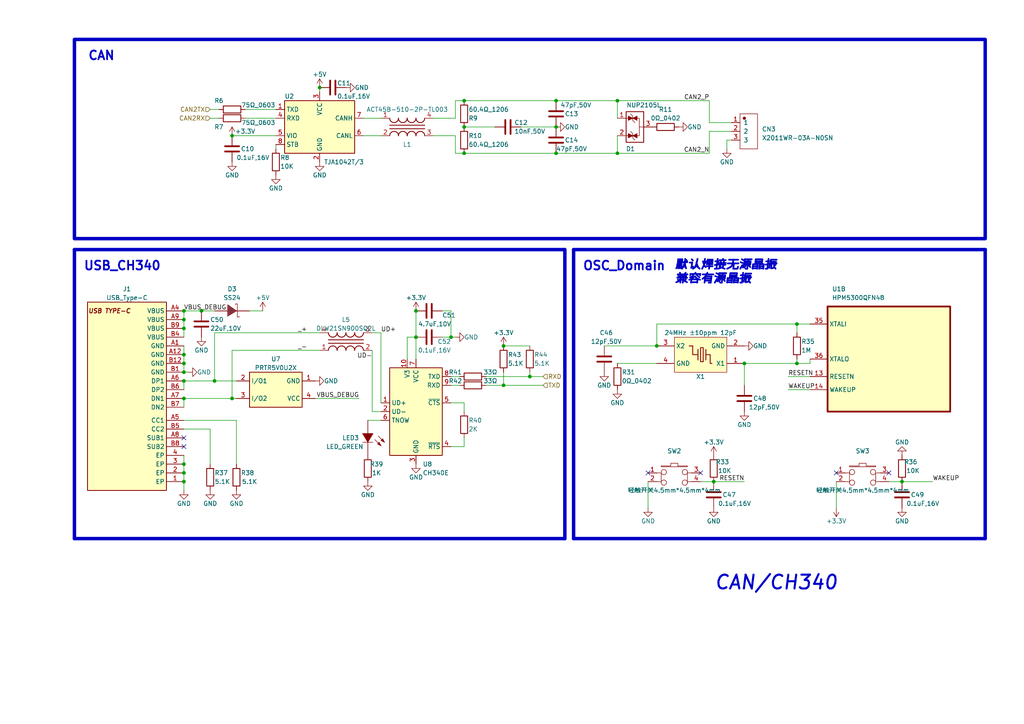
<source format=kicad_sch>
(kicad_sch (version 20230121) (generator eeschema)
  (paper "A4")
  (junction (at 120.65 97.79))
  (junction (at 53.34 105.41))
  (junction (at 231.14 93.98))
  (junction (at 153.67 109.22))
  (junction (at 53.34 95.25))
  (junction (at 53.34 115.57))
  (junction (at 231.14 105.41))
  (junction (at 179.07 44.45))
  (junction (at 58.42 90.17))
  (junction (at 53.34 92.71))
  (junction (at 67.31 115.57))
  (junction (at 190.5 100.33))
  (junction (at 134.62 29.21))
  (junction (at 53.34 102.87))
  (junction (at 67.31 39.37))
  (junction (at 161.29 44.45))
  (junction (at 53.34 134.62))
  (junction (at 207.01 139.7))
  (junction (at 130.81 97.79))
  (junction (at 179.07 29.21))
  (junction (at 53.34 137.16))
  (junction (at 146.05 111.76))
  (junction (at 92.71 25.4))
  (junction (at 261.62 139.7))
  (junction (at 161.29 36.83))
  (junction (at 215.9 105.41))
  (junction (at 62.23 110.49))
  (junction (at 120.65 90.17))
  (junction (at 53.34 110.49))
  (junction (at 146.05 100.33))
  (junction (at 134.62 44.45))
  (junction (at 53.34 107.95))
  (junction (at 53.34 139.7))
  (junction (at 53.34 90.17))
  (junction (at 161.29 29.21))
  (junction (at 134.62 36.83))
  (no_connect (at 242.57 137.16))
  (no_connect (at 203.2 137.16))
  (no_connect (at 53.34 127))
  (no_connect (at 53.34 129.54))
  (no_connect (at 257.81 137.16))
  (no_connect (at 187.96 137.16))
  (wire (pts (xy 110.49 96.52) (xy 110.49 116.84)))
  (wire (pts (xy 58.42 90.17) (xy 62.23 90.17)))
  (wire (pts (xy 132.08 29.21) (xy 134.62 29.21)))
  (wire (pts (xy 140.97 109.22) (xy 153.67 109.22)))
  (wire (pts (xy 53.34 137.16) (xy 53.34 139.7)))
  (polyline (pts (xy 285.75 156.21) (xy 166.37 156.21)) (stroke (width 1) (type solid)))
  (wire (pts (xy 134.62 127) (xy 134.62 129.54)))
  (wire (pts (xy 179.07 44.45) (xy 179.07 39.37)))
  (wire (pts (xy 134.62 44.45) (xy 161.29 44.45)))
  (wire (pts (xy 125.73 39.37) (xy 132.08 39.37)))
  (polyline (pts (xy 163.83 156.21) (xy 21.59 156.21)) (stroke (width 1) (type solid)))
  (polyline (pts (xy 163.83 72.39) (xy 163.83 156.21)) (stroke (width 1) (type solid)))
  (wire (pts (xy 132.08 39.37) (xy 132.08 44.45)))
  (wire (pts (xy 130.81 97.79) (xy 128.27 97.79)))
  (polyline (pts (xy 21.59 72.39) (xy 21.59 156.21)) (stroke (width 1) (type solid)))
  (wire (pts (xy 71.12 34.29) (xy 80.01 34.29)))
  (wire (pts (xy 53.34 134.62) (xy 53.34 137.16)))
  (wire (pts (xy 60.96 31.75) (xy 63.5 31.75)))
  (wire (pts (xy 72.39 90.17) (xy 76.2 90.17)))
  (wire (pts (xy 128.27 90.17) (xy 130.81 90.17)))
  (wire (pts (xy 179.07 29.21) (xy 205.74 29.21)))
  (wire (pts (xy 132.08 34.29) (xy 132.08 29.21)))
  (wire (pts (xy 133.35 109.22) (xy 130.81 109.22)))
  (wire (pts (xy 62.23 96.52) (xy 92.71 96.52)))
  (wire (pts (xy 261.62 139.7) (xy 270.51 139.7)))
  (wire (pts (xy 68.58 121.92) (xy 68.58 134.62)))
  (wire (pts (xy 234.95 104.14) (xy 234.95 105.41)))
  (wire (pts (xy 125.73 34.29) (xy 132.08 34.29)))
  (wire (pts (xy 53.34 100.33) (xy 53.34 102.87)))
  (wire (pts (xy 210.82 40.64) (xy 210.82 43.18)))
  (wire (pts (xy 53.34 110.49) (xy 53.34 113.03)))
  (wire (pts (xy 146.05 100.33) (xy 153.67 100.33)))
  (wire (pts (xy 107.95 119.38) (xy 107.95 101.6)))
  (wire (pts (xy 53.34 139.7) (xy 53.34 142.24)))
  (wire (pts (xy 107.95 96.52) (xy 110.49 96.52)))
  (wire (pts (xy 205.74 35.56) (xy 212.09 35.56)))
  (wire (pts (xy 179.07 44.45) (xy 205.74 44.45)))
  (wire (pts (xy 53.34 105.41) (xy 53.34 107.95)))
  (wire (pts (xy 53.34 95.25) (xy 53.34 97.79)))
  (wire (pts (xy 257.81 139.7) (xy 261.62 139.7)))
  (wire (pts (xy 60.96 124.46) (xy 60.96 134.62)))
  (wire (pts (xy 231.14 104.14) (xy 231.14 105.41)))
  (wire (pts (xy 130.81 90.17) (xy 130.81 97.79)))
  (wire (pts (xy 187.96 139.7) (xy 187.96 147.32)))
  (wire (pts (xy 153.67 109.22) (xy 157.48 109.22)))
  (wire (pts (xy 110.49 39.37) (xy 105.41 39.37)))
  (polyline (pts (xy 285.75 72.39) (xy 285.75 156.21)) (stroke (width 1) (type solid)))
  (wire (pts (xy 205.74 29.21) (xy 205.74 35.56)))
  (wire (pts (xy 228.6 109.22) (xy 234.95 109.22)))
  (wire (pts (xy 179.07 105.41) (xy 190.5 105.41)))
  (wire (pts (xy 53.34 115.57) (xy 67.31 115.57)))
  (wire (pts (xy 53.34 121.92) (xy 68.58 121.92)))
  (wire (pts (xy 120.65 90.17) (xy 120.65 97.79)))
  (polyline (pts (xy 166.37 72.39) (xy 166.37 156.21)) (stroke (width 1) (type solid)))
  (wire (pts (xy 190.5 93.98) (xy 231.14 93.98)))
  (wire (pts (xy 110.49 34.29) (xy 105.41 34.29)))
  (wire (pts (xy 242.57 139.7) (xy 242.57 147.32)))
  (wire (pts (xy 231.14 93.98) (xy 234.95 93.98)))
  (wire (pts (xy 146.05 111.76) (xy 157.48 111.76)))
  (wire (pts (xy 140.97 111.76) (xy 146.05 111.76)))
  (wire (pts (xy 60.96 34.29) (xy 63.5 34.29)))
  (wire (pts (xy 53.34 92.71) (xy 53.34 95.25)))
  (wire (pts (xy 67.31 101.6) (xy 67.31 115.57)))
  (wire (pts (xy 67.31 115.57) (xy 68.58 115.57)))
  (wire (pts (xy 133.35 111.76) (xy 130.81 111.76)))
  (wire (pts (xy 190.5 100.33) (xy 190.5 93.98)))
  (wire (pts (xy 71.12 31.75) (xy 80.01 31.75)))
  (wire (pts (xy 118.11 97.79) (xy 118.11 104.14)))
  (wire (pts (xy 146.05 107.95) (xy 146.05 111.76)))
  (wire (pts (xy 134.62 116.84) (xy 134.62 119.38)))
  (wire (pts (xy 132.08 97.79) (xy 130.81 97.79)))
  (wire (pts (xy 205.74 38.1) (xy 205.74 44.45)))
  (wire (pts (xy 134.62 29.21) (xy 161.29 29.21)))
  (wire (pts (xy 175.26 100.33) (xy 190.5 100.33)))
  (wire (pts (xy 118.11 97.79) (xy 120.65 97.79)))
  (wire (pts (xy 67.31 39.37) (xy 80.01 39.37)))
  (wire (pts (xy 151.13 36.83) (xy 161.29 36.83)))
  (wire (pts (xy 67.31 101.6) (xy 92.71 101.6)))
  (wire (pts (xy 53.34 115.57) (xy 53.34 118.11)))
  (wire (pts (xy 62.23 96.52) (xy 62.23 110.49)))
  (wire (pts (xy 53.34 132.08) (xy 53.34 134.62)))
  (wire (pts (xy 53.34 90.17) (xy 53.34 92.71)))
  (polyline (pts (xy 21.59 72.39) (xy 163.83 72.39)) (stroke (width 1) (type solid)))
  (wire (pts (xy 80.01 43.18) (xy 80.01 41.91)))
  (wire (pts (xy 203.2 139.7) (xy 207.01 139.7)))
  (wire (pts (xy 231.14 93.98) (xy 231.14 96.52)))
  (wire (pts (xy 215.9 111.76) (xy 215.9 105.41)))
  (wire (pts (xy 53.34 107.95) (xy 54.61 107.95)))
  (wire (pts (xy 228.6 113.03) (xy 234.95 113.03)))
  (wire (pts (xy 179.07 29.21) (xy 179.07 34.29)))
  (wire (pts (xy 53.34 124.46) (xy 60.96 124.46)))
  (wire (pts (xy 205.74 38.1) (xy 212.09 38.1)))
  (wire (pts (xy 130.81 116.84) (xy 134.62 116.84)))
  (wire (pts (xy 120.65 97.79) (xy 120.65 104.14)))
  (wire (pts (xy 161.29 29.21) (xy 179.07 29.21)))
  (wire (pts (xy 207.01 139.7) (xy 215.9 139.7)))
  (wire (pts (xy 212.09 40.64) (xy 210.82 40.64)))
  (wire (pts (xy 53.34 102.87) (xy 53.34 105.41)))
  (wire (pts (xy 134.62 129.54) (xy 130.81 129.54)))
  (wire (pts (xy 92.71 25.4) (xy 92.71 26.67)))
  (wire (pts (xy 231.14 105.41) (xy 234.95 105.41)))
  (wire (pts (xy 62.23 110.49) (xy 68.58 110.49)))
  (wire (pts (xy 53.34 110.49) (xy 62.23 110.49)))
  (wire (pts (xy 143.51 36.83) (xy 134.62 36.83)))
  (wire (pts (xy 132.08 44.45) (xy 134.62 44.45)))
  (wire (pts (xy 110.49 119.38) (xy 107.95 119.38)))
  (wire (pts (xy 215.9 105.41) (xy 231.14 105.41)))
  (wire (pts (xy 153.67 107.95) (xy 153.67 109.22)))
  (wire (pts (xy 53.34 90.17) (xy 58.42 90.17)))
  (polyline (pts (xy 166.37 72.39) (xy 285.75 72.39)) (stroke (width 1) (type solid)))
  (wire (pts (xy 161.29 44.45) (xy 179.07 44.45)))
  (wire (pts (xy 104.14 115.57) (xy 91.44 115.57)))
  (wire (pts (xy 110.49 121.92) (xy 106.68 121.92)))
  (rectangle (start 21.59 11.43) (end 285.75 69.215) (stroke (width 1)))
  (text "默认焊接无源晶振\n兼容有源晶振" (at 195.58 82.55 0) (effects (font (size 2.5 2.5) (thickness 0.5) bold italic) (justify left bottom)))
  (text "CAN/CH340" (at 207.01 171.45 0) (effects (font (size 4 4) (thickness 0.6) bold italic) (justify left bottom)))
  (text "CAN" (at 25.4 17.78 0) (effects (font (size 2.54 2.54) (thickness 0.508) bold) (justify left bottom)))
  (text "USB_CH340" (at 24.13 78.74 0) (effects (font (size 2.54 2.54) (thickness 0.508) bold) (justify left bottom)))
  (text "OSC_Domain" (at 168.91 78.74 0) (effects (font (size 2.54 2.54) (thickness 0.508) bold) (justify left bottom)))
  (label "_+" (at 86.36 96.52 0))
  (label "WAKEUP" (at 228.6 113.03 0))
  (label "CAN2_N" (at 205.74 44.45 180))
  (label "UD+" (at 110.49 96.52 0))
  (label "RESETN" (at 215.9 139.7 180))
  (label "CAN2_P" (at 205.74 29.21 180))
  (label "RESETN" (at 228.6 109.22 0))
  (label "VBUS_DEBUG" (at 104.14 115.57 180))
  (label "_-" (at 86.36 101.6 0))
  (label "VBUS_DEBUG" (at 53.34 90.17 0))
  (label "UD-" (at 107.95 104.14 180))
  (label "WAKEUP" (at 270.51 139.7 0))
  (hierarchical_label "CAN2RX" (shape input) (at 60.96 34.29 180))
  (hierarchical_label "RXD" (shape input) (at 157.48 109.22 0))
  (hierarchical_label "TXD" (shape input) (at 157.48 111.76 0))
  (hierarchical_label "CAN2TX" (shape input) (at 60.96 31.75 180))
  (symbol (lib_id "04_HPM_Diode:NUP2105L") (at 184.15 36.83 90) (mirror x) (unit 1)
    (property "Reference" "D1" (at 182.88 43.18 90))
    (property "Value" "NUP2105L" (at 186.69 30.48 90))
    (property "Footprint" "06_HPM_SOT:SOT-23" (effects hide))
    (property "Field4" "NUP2105L" (effects hide))
    (property "Field5" "TECH PUBLIC(台舟)" (effects hide))
    (property "Model" "NUP2105L" (effects hide))
    (property "Company" "TECH PUBLIC(台舟)" (effects hide))
    (instances (project "HPM5300_DCServo_CTL_REVB" (path "" (reference "D1") (unit 1))) (project "HPM5300 SKT Board QFN48 REVA" (path "" (reference "D4") (unit 1))))
  )
  (symbol (lib_id "03_HPM_Capacitance:0.1uF,16V_0402") (at 67.31 43.18 0) (unit 1)
    (property "Reference" "C10" (at 69.85 43.18 0) (effects (justify left)))
    (property "Value" "0.1uF,16V" (at 68.58 45.72 0) (effects (justify left)))
    (property "Footprint" "03_HPM_Capacitance:C_0402_1005Metric" (effects hide))
    (property "Model" "CL05B104KO5NNNC" (effects hide))
    (property "Company" "SAMSUNG(三星)" (effects hide))
    (instances (project "HPM5300_DCServo_CTL_REVB" (path "" (reference "C10") (unit 1))) (project "HPM5300 SKT Board QFN48 REVA" (path "" (reference "C57") (unit 1))))
  )
  (symbol (lib_id "02_HPM_Resistor:10K_0402") (at 207.01 135.89 270) (unit 1)
    (property "Reference" "R33" (at 209.55 133.985 90))
    (property "Value" "10K" (at 210.185 136.525 90))
    (property "Footprint" "02_HPM_Resistor:R_0402_1005Metric" (effects hide))
    (property "Model" "0402WGF1002TCE" (effects hide))
    (property "Company" "UNI-ROYAL(厚声)" (effects hide))
    (instances (project "HPM5300_DCServo_CTL_REVB" (path "" (reference "R33") (unit 1))) (project "HPM5300 SKT Board QFN48 REVA" (path "" (reference "R18") (unit 1))))
  )
  (symbol (lib_id "02_HPM_Resistor:10K_0402") (at 80.01 46.99 90) (unit 1)
    (property "Reference" "R8" (at 81.28 45.72 90) (effects (justify right)))
    (property "Value" "10K" (at 81.28 48.26 90) (effects (justify right)))
    (property "Footprint" "02_HPM_Resistor:R_0402_1005Metric" (effects hide))
    (property "Model" "0402WGF1002TCE" (effects hide))
    (property "Company" "UNI-ROYAL(厚声)" (effects hide))
    (instances (project "HPM5300_DCServo_CTL_REVB" (path "" (reference "R8") (unit 1))) (project "HPM5300 SKT Board QFN48 REVA" (path "" (reference "R56") (unit 1))))
  )
  (symbol (lib_id "03_HPM_Capacitance:10nF,50V_0603") (at 147.32 36.83 90) (unit 1)
    (property "Reference" "C12" (at 151.13 35.56 90))
    (property "Value" "10nF,50V" (at 153.67 38.1 90))
    (property "Footprint" "03_HPM_Capacitance:C_0603_1608Metric" (effects hide))
    (property "Model" " CC0603KRX7R9BB103" (effects hide))
    (property "Company" " YAGEO(国巨) " (effects hide))
    (instances (project "HPM5300_DCServo_CTL_REVB" (path "" (reference "C12") (unit 1))) (project "HPM5300 SKT Board QFN48 REVA" (path "" (reference "C55") (unit 1))))
  )
  (symbol (lib_id "02_HPM_Resistor:5.1K_0402") (at 60.96 138.43 90) (unit 1)
    (property "Reference" "R37" (at 62.23 137.16 90) (effects (justify right)))
    (property "Value" "5.1K" (at 62.23 139.7 90) (effects (justify right)))
    (property "Footprint" "02_HPM_Resistor:R_0402_1005Metric" (effects hide))
    (property "Model" "0402WGF5101TCE" (effects hide))
    (property "Company" "UNI-ROYAL(厚声)" (effects hide))
    (instances (project "HPM5300_DCServo_CTL_REVB" (path "" (reference "R37") (unit 1))) (project "HPM5300 SKT Board QFN48 REVA" (path "" (reference "R34") (unit 1))))
  )
  (symbol (lib_id "power:GND") (at 68.58 142.24 0) (unit 1)
    (property "Reference" "#PWR082" (effects hide))
    (property "Value" "GND" (at 66.548 146.05 0) (effects (justify left)))
    (instances (project "HPM5300_DCServo_CTL_REVB" (path "" (reference "#PWR082") (unit 1))) (project "HPM5300 SKT Board QFN48 REVA" (path "" (reference "#PWR086") (unit 1))))
  )
  (symbol (lib_id "03_HPM_Capacitance:0.1uF,16V_0402") (at 207.01 143.51 0) (unit 1)
    (property "Reference" "C47" (at 209.55 143.51 0) (effects (justify left)))
    (property "Value" "0.1uF,16V" (at 208.28 146.05 0) (effects (justify left)))
    (property "Footprint" "03_HPM_Capacitance:C_0402_1005Metric" (effects hide))
    (property "Model" "CL05B104KO5NNNC" (effects hide))
    (property "Company" "SAMSUNG(三星)" (effects hide))
    (instances (project "HPM5300_DCServo_CTL_REVB" (path "" (reference "C47") (unit 1))) (project "HPM5300 SKT Board QFN48 REVA" (path "" (reference "C34") (unit 1))))
  )
  (symbol (lib_id "power:+3.3V") (at 120.65 90.17 0) (unit 1)
    (property "Reference" "#PWR086" (effects hide))
    (property "Value" "+3.3V" (at 120.65 86.36 0))
    (instances (project "HPM5300_DCServo_CTL_REVB" (path "" (reference "#PWR086") (unit 1))) (project "HPM5300 SKT Board QFN48 REVA" (path "" (reference "#PWR072") (unit 1))))
  )
  (symbol (lib_id "power:GND") (at 187.96 147.32 0) (unit 1)
    (property "Reference" "#PWR068" (effects hide))
    (property "Value" "GND" (at 185.928 151.13 0) (effects (justify left)))
    (instances (project "HPM5300_DCServo_CTL_REVB" (path "" (reference "#PWR068") (unit 1))) (project "HPM5300 SKT Board QFN48 REVA" (path "" (reference "#PWR065") (unit 1))))
  )
  (symbol (lib_id "power:GND") (at 132.08 97.79 90) (unit 1)
    (property "Reference" "#PWR088" (effects hide))
    (property "Value" "GND" (at 134.62 97.79 90) (effects (justify right)))
    (instances (project "HPM5300_DCServo_CTL_REVB" (path "" (reference "#PWR088") (unit 1))) (project "HPM5300 SKT Board QFN48 REVA" (path "" (reference "#PWR078") (unit 1))))
  )
  (symbol (lib_id "02_HPM_Resistor:5.1K_0402") (at 153.67 104.14 90) (unit 1)
    (property "Reference" "R44" (at 154.94 102.87 90) (effects (justify right)))
    (property "Value" "5.1K" (at 154.94 105.41 90) (effects (justify right)))
    (property "Footprint" "02_HPM_Resistor:R_0402_1005Metric" (effects hide))
    (property "Model" "0402WGF5101TCE" (effects hide))
    (property "Company" "UNI-ROYAL(厚声)" (effects hide))
    (instances (project "HPM5300_DCServo_CTL_REVB" (path "" (reference "R44") (unit 1))) (project "HPM5300 SKT Board QFN48 REVA" (path "" (reference "R29") (unit 1))))
  )
  (symbol (lib_id "03_HPM_Capacitance:47pF,50V_0402") (at 161.29 33.02 0) (unit 1)
    (property "Reference" "C13" (at 163.83 33.02 0) (effects (justify left)))
    (property "Value" "47pF,50V" (at 162.56 30.48 0) (effects (justify left)))
    (property "Footprint" "03_HPM_Capacitance:C_0402_1005Metric" (effects hide))
    (property "Model" " CC0402JRNPO9BN470" (effects hide))
    (property "Company" "YAGEO(国巨)" (effects hide))
    (instances (project "HPM5300_DCServo_CTL_REVB" (path "" (reference "C13") (unit 1))) (project "HPM5300 SKT Board QFN48 REVA" (path "" (reference "C53") (unit 1))))
  )
  (symbol (lib_id "02_HPM_Resistor:2K_0402") (at 134.62 123.19 90) (unit 1)
    (property "Reference" "R40" (at 135.89 121.92 90) (effects (justify right)))
    (property "Value" "2K" (at 135.89 124.46 90) (effects (justify right)))
    (property "Footprint" "02_HPM_Resistor:R_0402_1005Metric" (effects hide))
    (property "Model" "0402WGF2001TCE" (effects hide))
    (property "Company" "UNI-ROYAL(厚声)" (effects hide))
    (instances (project "HPM5300_DCServo_CTL_REVB" (path "" (reference "R40") (unit 1))) (project "HPM5300 SKT Board QFN48 REVA" (path "" (reference "R32") (unit 1))))
  )
  (symbol (lib_id "03_HPM_Capacitance:12pF,50V_0402") (at 215.9 115.57 0) (unit 1)
    (property "Reference" "C48" (at 218.44 115.57 0) (effects (justify left)))
    (property "Value" "12pF,50V" (at 217.17 118.11 0) (effects (justify left)))
    (property "Footprint" "03_HPM_Capacitance:C_0402_1005Metric" (effects hide))
    (property "Model" "CC0402JRNPO9BN120" (effects hide))
    (property "Company" " YAGEO(国巨)" (effects hide))
    (instances (project "HPM5300_DCServo_CTL_REVB" (path "" (reference "C48") (unit 1))) (project "HPM5300 SKT Board QFN48 REVA" (path "" (reference "C33") (unit 1))))
  )
  (symbol (lib_id "02_HPM_Resistor:60.4Ω_1206") (at 134.62 40.64 90) (unit 1)
    (property "Reference" "R10" (at 135.89 39.37 90) (effects (justify right)))
    (property "Value" "60.4Ω_1206" (at 135.89 41.91 90) (effects (justify right)))
    (property "Footprint" "02_HPM_Resistor:R_1206_3216Metric" (effects hide))
    (property "Model" "1206W4F604JT5E" (effects hide))
    (property "Company" "UNI-ROYAL(厚声)" (effects hide))
    (instances (project "HPM5300_DCServo_CTL_REVB" (path "" (reference "R10") (unit 1))) (project "HPM5300 SKT Board QFN48 REVA" (path "" (reference "R54") (unit 1))))
  )
  (symbol (lib_id "power:+3.3V") (at 67.31 39.37 0) (unit 1)
    (property "Reference" "#PWR014" (effects hide))
    (property "Value" "+3.3V" (at 71.12 38.1 0))
    (instances (project "HPM5300_DCServo_CTL_REVB" (path "" (reference "#PWR014") (unit 1))) (project "HPM5300 SKT Board QFN48 REVA" (path "" (reference "#PWR0143") (unit 1))))
  )
  (symbol (lib_id "power:GND") (at 261.62 147.32 0) (unit 1)
    (property "Reference" "#PWR077" (effects hide))
    (property "Value" "GND" (at 259.588 151.13 0) (effects (justify left)))
    (instances (project "HPM5300_DCServo_CTL_REVB" (path "" (reference "#PWR077") (unit 1))) (project "HPM5300 SKT Board QFN48 REVA" (path "" (reference "#PWR068") (unit 1))))
  )
  (symbol (lib_id "02_HPM_Resistor:10K_0402") (at 261.62 135.89 270) (unit 1)
    (property "Reference" "R36" (at 264.16 133.985 90))
    (property "Value" "10K" (at 264.795 136.525 90))
    (property "Footprint" "02_HPM_Resistor:R_0402_1005Metric" (effects hide))
    (property "Model" "0402WGF1002TCE" (effects hide))
    (property "Company" "UNI-ROYAL(厚声)" (effects hide))
    (instances (project "HPM5300_DCServo_CTL_REVB" (path "" (reference "R36") (unit 1))) (project "HPM5300 SKT Board QFN48 REVA" (path "" (reference "R19") (unit 1))))
  )
  (symbol (lib_id "power:GND") (at 210.82 43.18 0) (unit 1)
    (property "Reference" "#PWR044" (effects hide))
    (property "Value" "GND" (at 208.788 46.99 0) (effects (justify left)))
    (instances (project "HPM5300_DCServo_CTL_REVB" (path "" (reference "#PWR044") (unit 1))) (project "HPM5300 SKT Board QFN48 REVA" (path "" (reference "#PWR0145") (unit 1))))
  )
  (symbol (lib_id "03_HPM_Capacitance:0.1uF,16V_0402") (at 96.52 25.4 270) (unit 1)
    (property "Reference" "C11" (at 97.79 24.13 90) (effects (justify left)))
    (property "Value" "0.1uF,16V" (at 97.79 27.94 90) (effects (justify left)))
    (property "Footprint" "03_HPM_Capacitance:C_0402_1005Metric" (effects hide))
    (property "Model" "CL05B104KO5NNNC" (effects hide))
    (property "Company" "SAMSUNG(三星)" (effects hide))
    (instances (project "HPM5300_DCServo_CTL_REVB" (path "" (reference "C11") (unit 1))) (project "HPM5300 SKT Board QFN48 REVA" (path "" (reference "C52") (unit 1))))
  )
  (symbol (lib_id "01-HPM-Peripheral:LED_GREEN") (at 106.68 125.73 270) (mirror x) (unit 1)
    (property "Reference" "LED3" (at 104.14 127 90) (effects (justify right)))
    (property "Value" "LED_GREEN" (at 105.41 129.54 90) (effects (justify right)))
    (property "Footprint" "01_HPM_Peripheral:LED_0603" (effects hide))
    (property "Model" "NCD0603C1" (effects hide))
    (property "Company" "国星光电" (effects hide))
  )
  (symbol (lib_id "power:GND") (at 58.42 97.79 0) (unit 1)
    (property "Reference" "#PWR080" (effects hide))
    (property "Value" "GND" (at 56.388 101.6 0) (effects (justify left)))
    (instances (project "HPM5300_DCServo_CTL_REVB" (path "" (reference "#PWR080") (unit 1))) (project "HPM5300 SKT Board QFN48 REVA" (path "" (reference "#PWR077") (unit 1))))
  )
  (symbol (lib_id "02_HPM_Resistor:33Ω_0402") (at 137.16 109.22 0) (unit 1)
    (property "Reference" "R41" (at 132.08 107.95 0))
    (property "Value" "33Ω" (at 142.24 107.95 0))
    (property "Footprint" "02_HPM_Resistor:R_0402_1005Metric" (effects hide))
    (property "Model" "0402WGF330JTCE" (effects hide))
    (property "Company" "UNI-ROYAL(厚声)" (effects hide))
    (instances (project "HPM5300_DCServo_CTL_REVB" (path "" (reference "R41") (unit 1))) (project "HPM5300 SKT Board QFN48 REVA" (path "" (reference "R30") (unit 1))))
  )
  (symbol (lib_id "power:GND") (at 54.61 107.95 90) (unit 1)
    (property "Reference" "#PWR079" (effects hide))
    (property "Value" "GND" (at 57.15 107.95 90) (effects (justify right)))
    (instances (project "HPM5300_DCServo_CTL_REVB" (path "" (reference "#PWR079") (unit 1))) (project "HPM5300 SKT Board QFN48 REVA" (path "" (reference "#PWR080") (unit 1))))
  )
  (symbol (lib_id "01-HPM-Peripheral:轻触开关4.5mm*4.5mm*4mm") (at 250.19 137.16 0) (unit 1)
    (property "Reference" "SW3" (at 250.19 130.81 0))
    (property "Value" "轻触开关4.5mm*4.5mm*4mm" (at 250.19 142.24 0))
    (property "Footprint" "01_HPM_Peripheral:轻触开关SMD-4P,4.5x4.5mm" (effects hide))
    (property "Datasheet" "http://www.szlcsc.com/product/details_372554.html" (effects hide))
    (property "Model" " TS4540TP" (effects hide))
    (property "Company" "SHOU HAN(首韩)" (effects hide))
    (property "SuppliersPartNumber" "C393942" (effects hide))
    (property "uuid" "std:011ee46cdc964900a13c320feaf84dfd" (effects hide))
    (instances (project "HPM5300_DCServo_CTL_REVB" (path "" (reference "SW3") (unit 1))) (project "HPM5300 SKT Board QFN48 REVA" (path "" (reference "SW2") (unit 1))))
  )
  (symbol (lib_id "power:GND") (at 196.85 36.83 90) (unit 1)
    (property "Reference" "#PWR020" (effects hide))
    (property "Value" "GND" (at 199.39 36.83 90) (effects (justify right)))
    (instances (project "HPM5300_DCServo_CTL_REVB" (path "" (reference "#PWR020") (unit 1))) (project "HPM5300 SKT Board QFN48 REVA" (path "" (reference "#PWR0141") (unit 1))))
  )
  (symbol (lib_id "04_HPM_Diode:SS24") (at 67.31 90.17 180) (unit 1)
    (property "Reference" "D3" (at 67.31 83.82 0))
    (property "Value" "SS24" (at 67.31 86.36 0))
    (property "Footprint" "04_HPM_Diode:D_SMA" (effects hide))
    (property "Model" " SS24" (effects hide))
    (property "Company" " 晶导微电子 " (effects hide))
  )
  (symbol (lib_id "power:GND") (at 80.01 50.8 0) (unit 1)
    (property "Reference" "#PWR0186" (effects hide))
    (property "Value" "GND" (at 77.978 54.61 0) (effects (justify left)))
    (instances (project "HPM5300_DCServo_CTL_REVB" (path "" (reference "#PWR0186") (unit 1))) (project "HPM5300 SKT Board QFN48 REVA" (path "" (reference "#PWR0145") (unit 1))))
  )
  (symbol (lib_id "power:GND") (at 207.01 147.32 0) (unit 1)
    (property "Reference" "#PWR071" (effects hide))
    (property "Value" "GND" (at 204.978 151.13 0) (effects (justify left)))
    (instances (project "HPM5300_DCServo_CTL_REVB" (path "" (reference "#PWR071") (unit 1))) (project "HPM5300 SKT Board QFN48 REVA" (path "" (reference "#PWR066") (unit 1))))
  )
  (symbol (lib_id "power:GND") (at 120.65 134.62 0) (unit 1)
    (property "Reference" "#PWR087" (effects hide))
    (property "Value" "GND" (at 118.618 138.43 0) (effects (justify left)))
    (instances (project "HPM5300_DCServo_CTL_REVB" (path "" (reference "#PWR087") (unit 1))) (project "HPM5300 SKT Board QFN48 REVA" (path "" (reference "#PWR082") (unit 1))))
  )
  (symbol (lib_id "power:GND") (at 60.96 142.24 0) (unit 1)
    (property "Reference" "#PWR081" (effects hide))
    (property "Value" "GND" (at 58.928 146.05 0) (effects (justify left)))
    (instances (project "HPM5300_DCServo_CTL_REVB" (path "" (reference "#PWR081") (unit 1))) (project "HPM5300 SKT Board QFN48 REVA" (path "" (reference "#PWR085") (unit 1))))
  )
  (symbol (lib_id "06_HPM_Function_IC:TJA1042T/3") (at 92.71 36.83 0) (unit 1)
    (property "Reference" "U2" (at 82.55 27.94 0) (effects (justify left)))
    (property "Value" "TJA1042T/3" (at 93.98 46.99 0) (effects (justify left)))
    (property "Footprint" "06_HPM_SO:SOIC-8" (effects hide))
    (property "Model" "TJA1042T/3" (effects hide))
    (property "Company" " NXP(恩智浦)" (effects hide))
    (instances (project "HPM5300_DCServo_CTL_REVB" (path "" (reference "U2") (unit 1))) (project "HPM5300 SKT Board QFN48 REVA" (path "" (reference "U10") (unit 1))))
  )
  (symbol (lib_id "00_HPM5300_Library:HPM5361IEG1") (at 240.03 88.9 0) (unit 2)
    (property "Reference" "U1" (at 241.3 83.82 0) (effects (justify left)))
    (property "Value" "HPM5300QFN48" (at 241.3 86.36 0) (effects (justify left)))
    (property "Footprint" "00_HPM_Library:QFN-48_6x6mm_P0.4mm_EP4.2x4.2mm" (effects hide))
  )
  (symbol (lib_id "02_HPM_Resistor:1M_0402") (at 231.14 100.33 90) (unit 1)
    (property "Reference" "R35" (at 232.41 99.06 90) (effects (justify right)))
    (property "Value" "1M" (at 232.41 101.6 90) (effects (justify right)))
    (property "Footprint" "02_HPM_Resistor:R_0402_1005Metric" (effects hide))
    (property "Model" "CQ02WGJ0105TCE" (effects hide))
    (property "Company" "UNI-ROYAL(厚声)" (effects hide))
    (instances (project "HPM5300_DCServo_CTL_REVB" (path "" (reference "R35") (unit 1))) (project "HPM5300 SKT Board QFN48 REVA" (path "" (reference "R16") (unit 1))))
  )
  (symbol (lib_id "power:GND") (at 91.44 110.49 90) (unit 1)
    (property "Reference" "#PWR084" (effects hide))
    (property "Value" "GND" (at 93.98 110.49 90) (effects (justify right)))
    (instances (project "HPM5300_DCServo_CTL_REVB" (path "" (reference "#PWR084") (unit 1))) (project "HPM5300 SKT Board QFN48 REVA" (path "" (reference "#PWR081") (unit 1))))
  )
  (symbol (lib_id "02_HPM_Resistor:75Ω_0603") (at 67.31 34.29 0) (unit 1)
    (property "Reference" "R7" (at 63.5 36.83 0))
    (property "Value" "75Ω_0603" (at 74.93 35.56 0))
    (property "Footprint" "02_HPM_Resistor:R_0603_1608Metric" (effects hide))
    (property "Model" "0603WAF750JT5E" (effects hide))
    (property "Company" "UNI-ROYAL(厚声)" (effects hide))
    (instances (project "HPM5300_DCServo_CTL_REVB" (path "" (reference "R7") (unit 1))) (project "HPM5300 SKT Board QFN48 REVA" (path "" (reference "R51") (unit 1))))
  )
  (symbol (lib_id "power:GND") (at 215.9 119.38 0) (unit 1)
    (property "Reference" "#PWR073" (effects hide))
    (property "Value" "GND" (at 213.868 123.19 0) (effects (justify left)))
    (instances (project "HPM5300_DCServo_CTL_REVB" (path "" (reference "#PWR073") (unit 1))) (project "HPM5300 SKT Board QFN48 REVA" (path "" (reference "#PWR051") (unit 1))))
  )
  (symbol (lib_id "power:+5V") (at 76.2 90.17 0) (unit 1)
    (property "Reference" "#PWR083" (effects hide))
    (property "Value" "+5V" (at 76.2 86.36 0))
    (instances (project "HPM5300_DCServo_CTL_REVB" (path "" (reference "#PWR083") (unit 1))) (project "HPM5300 SKT Board QFN48 REVA" (path "" (reference "#PWR071") (unit 1))))
  )
  (symbol (lib_id "power:+5V") (at 92.71 25.4 0) (unit 1)
    (property "Reference" "#PWR016" (effects hide))
    (property "Value" "+5V" (at 92.71 21.59 0))
    (instances (project "HPM5300_DCServo_CTL_REVB" (path "" (reference "#PWR016") (unit 1))) (project "HPM5300 SKT Board QFN48 REVA" (path "" (reference "#PWR0135") (unit 1))))
  )
  (symbol (lib_id "03_HPM_Capacitance:12pF,50V_0402") (at 175.26 104.14 0) (mirror y) (unit 1)
    (property "Reference" "C46" (at 177.8 96.52 0) (effects (justify left)))
    (property "Value" "12pF,50V" (at 180.34 99.06 0) (effects (justify left)))
    (property "Footprint" "03_HPM_Capacitance:C_0402_1005Metric" (effects hide))
    (property "Model" "CC0402JRNPO9BN120" (effects hide))
    (property "Company" " YAGEO(国巨)" (effects hide))
    (instances (project "HPM5300_DCServo_CTL_REVB" (path "" (reference "C46") (unit 1))) (project "HPM5300 SKT Board QFN48 REVA" (path "" (reference "C32") (unit 1))))
  )
  (symbol (lib_id "power:+3.3V") (at 146.05 100.33 0) (unit 1)
    (property "Reference" "#PWR089" (effects hide))
    (property "Value" "+3.3V" (at 146.05 96.52 0))
    (instances (project "HPM5300_DCServo_CTL_REVB" (path "" (reference "#PWR089") (unit 1))) (project "HPM5300 SKT Board QFN48 REVA" (path "" (reference "#PWR079") (unit 1))))
  )
  (symbol (lib_id "03_HPM_Capacitance:0.1uF,16V_0402") (at 261.62 143.51 0) (unit 1)
    (property "Reference" "C49" (at 264.16 143.51 0) (effects (justify left)))
    (property "Value" "0.1uF,16V" (at 262.89 146.05 0) (effects (justify left)))
    (property "Footprint" "03_HPM_Capacitance:C_0402_1005Metric" (effects hide))
    (property "Model" "CL05B104KO5NNNC" (effects hide))
    (property "Company" "SAMSUNG(三星)" (effects hide))
    (instances (project "HPM5300_DCServo_CTL_REVB" (path "" (reference "C49") (unit 1))) (project "HPM5300 SKT Board QFN48 REVA" (path "" (reference "C35") (unit 1))))
  )
  (symbol (lib_id "02_HPM_Resistor:0Ω_0402") (at 193.04 36.83 0) (unit 1)
    (property "Reference" "R11" (at 193.04 31.75 0))
    (property "Value" "0Ω_0402" (at 193.04 34.29 0))
    (property "Footprint" "02_HPM_Resistor:R_0402_1005Metric" (effects hide))
    (property "Model" "RC0402JR-070RL" (effects hide))
    (property "Company" "YAGEO(国巨)" (effects hide))
    (property "ASSY_OPT" "DNP" (effects hide))
    (instances (project "HPM5300_DCServo_CTL_REVB" (path "" (reference "R11") (unit 1))) (project "HPM5300 SKT Board QFN48 REVA" (path "" (reference "R52") (unit 1))))
  )
  (symbol (lib_id "07_HPM_Inductance:DLW21SN900SQ2L") (at 91.44 93.98 0) (unit 1)
    (property "Reference" "L5" (at 100.33 92.71 0))
    (property "Value" "DLW21SN900SQ2L" (at 100.33 95.25 0))
    (property "Footprint" "07_HPM_Inductance:L2012" (effects hide))
    (property "Model" "DLW21SN900SQ2L" (effects hide))
    (property "Company" "muRata(村田)" (effects hide))
    (instances (project "HPM5300_DCServo_CTL_REVB" (path "" (reference "L5") (unit 1))) (project "HPM5300 SKT Board QFN48 REVA" (path "" (reference "L4") (unit 1))))
  )
  (symbol (lib_id "01-HPM-Peripheral:轻触开关4.5mm*4.5mm*4mm") (at 195.58 137.16 0) (unit 1)
    (property "Reference" "SW2" (at 195.58 130.81 0))
    (property "Value" "轻触开关4.5mm*4.5mm*4mm" (at 195.58 142.24 0))
    (property "Footprint" "01_HPM_Peripheral:轻触开关SMD-4P,4.5x4.5mm" (effects hide))
    (property "Datasheet" "http://www.szlcsc.com/product/details_372554.html" (effects hide))
    (property "Model" " TS4540TP" (effects hide))
    (property "Company" "SHOU HAN(首韩)" (effects hide))
    (property "SuppliersPartNumber" "C393942" (effects hide))
    (property "uuid" "std:011ee46cdc964900a13c320feaf84dfd" (effects hide))
    (instances (project "HPM5300_DCServo_CTL_REVB" (path "" (reference "SW2") (unit 1))) (project "HPM5300 SKT Board QFN48 REVA" (path "" (reference "SW1") (unit 1))))
  )
  (symbol (lib_id "02_HPM_Resistor:5.1K_0402") (at 68.58 138.43 90) (unit 1)
    (property "Reference" "R38" (at 69.85 137.16 90) (effects (justify right)))
    (property "Value" "5.1K" (at 72.39 139.7 90))
    (property "Footprint" "02_HPM_Resistor:R_0402_1005Metric" (effects hide))
    (property "Model" "0402WGF5101TCE" (effects hide))
    (property "Company" "UNI-ROYAL(厚声)" (effects hide))
    (instances (project "HPM5300_DCServo_CTL_REVB" (path "" (reference "R38") (unit 1))) (project "HPM5300 SKT Board QFN48 REVA" (path "" (reference "R35") (unit 1))))
  )
  (symbol (lib_id "power:GND") (at 161.29 36.83 90) (unit 1)
    (property "Reference" "#PWR019" (effects hide))
    (property "Value" "GND" (at 163.83 36.83 90) (effects (justify right)))
    (instances (project "HPM5300_DCServo_CTL_REVB" (path "" (reference "#PWR019") (unit 1))) (project "HPM5300 SKT Board QFN48 REVA" (path "" (reference "#PWR0140") (unit 1))))
  )
  (symbol (lib_id "power:GND") (at 100.33 25.4 90) (unit 1)
    (property "Reference" "#PWR018" (effects hide))
    (property "Value" "GND" (at 102.87 25.4 90) (effects (justify right)))
    (instances (project "HPM5300_DCServo_CTL_REVB" (path "" (reference "#PWR018") (unit 1))) (project "HPM5300 SKT Board QFN48 REVA" (path "" (reference "#PWR0136") (unit 1))))
  )
  (symbol (lib_id "02_HPM_Resistor:33Ω_0402") (at 137.16 111.76 0) (unit 1)
    (property "Reference" "R42" (at 132.08 110.49 0))
    (property "Value" "33Ω" (at 142.24 110.49 0))
    (property "Footprint" "02_HPM_Resistor:R_0402_1005Metric" (effects hide))
    (property "Model" "0402WGF330JTCE" (effects hide))
    (property "Company" "UNI-ROYAL(厚声)" (effects hide))
    (instances (project "HPM5300_DCServo_CTL_REVB" (path "" (reference "R42") (unit 1))) (project "HPM5300 SKT Board QFN48 REVA" (path "" (reference "R31") (unit 1))))
  )
  (symbol (lib_id "power:GND") (at 106.68 139.7 0) (unit 1)
    (property "Reference" "#PWR085" (effects hide))
    (property "Value" "GND" (at 104.648 143.51 0) (effects (justify left)))
    (instances (project "HPM5300_DCServo_CTL_REVB" (path "" (reference "#PWR085") (unit 1))) (project "HPM5300 SKT Board QFN48 REVA" (path "" (reference "#PWR083") (unit 1))))
  )
  (symbol (lib_id "03_HPM_Capacitance:22uF,10V_0603") (at 58.42 93.98 0) (unit 1)
    (property "Reference" "C50" (at 60.96 92.71 0) (effects (justify left)))
    (property "Value" "22uF,10V" (at 60.96 95.25 0) (effects (justify left)))
    (property "Footprint" "03_HPM_Capacitance:C_0603_1608Metric" (effects hide))
    (property "Model" " CL10A226MP8NUNE" (effects hide))
    (property "Company" " SAMSUNG(三星)" (effects hide))
    (instances (project "HPM5300_DCServo_CTL_REVB" (path "" (reference "C50") (unit 1))) (project "HPM5300 SKT Board QFN48 REVA" (path "" (reference "C38") (unit 1))))
  )
  (symbol (lib_id "power:GND") (at 261.62 132.08 0) (mirror x) (unit 1)
    (property "Reference" "#PWR075" (effects hide))
    (property "Value" "GND" (at 259.588 128.27 0) (effects (justify left)))
    (instances (project "HPM5300_DCServo_CTL_REVB" (path "" (reference "#PWR075") (unit 1))) (project "HPM5300 SKT Board QFN48 REVA" (path "" (reference "#PWR067") (unit 1))))
  )
  (symbol (lib_id "00_PWR:X2011WR-03A-N0SN") (at 217.17 38.1 0) (unit 1)
    (property "Reference" "CN3" (at 220.98 37.465 0) (effects (justify left)))
    (property "Value" "X2011WR-03A-N0SN" (at 220.98 40.005 0) (effects (justify left)))
    (property "Footprint" "00_PWR:CONN-TH_X2011WR-3A-N0SN" (effects hide))
    (property "Datasheet" "http://www.szlcsc.com/product/details_597285.html" (effects hide))
    (property "SuppliersPartNumber" "C571312" (effects hide))
    (property "uuid" "std:e4a6a063fcfb4bbf81701ce621b40841" (effects hide))
    (property "Model" "X2011WR-03A-N0SN" (effects hide))
    (property "Company" "XKB Connectivity(中国星坤)" (effects hide))
  )
  (symbol (lib_id "02_HPM_Resistor:60.4Ω_1206") (at 134.62 33.02 90) (unit 1)
    (property "Reference" "R9" (at 135.89 34.29 90) (effects (justify right)))
    (property "Value" "60.4Ω_1206" (at 135.89 31.75 90) (effects (justify right)))
    (property "Footprint" "02_HPM_Resistor:R_1206_3216Metric" (effects hide))
    (property "Model" "1206W4F604JT5E" (effects hide))
    (property "Company" "UNI-ROYAL(厚声)" (effects hide))
    (instances (project "HPM5300_DCServo_CTL_REVB" (path "" (reference "R9") (unit 1))) (project "HPM5300 SKT Board QFN48 REVA" (path "" (reference "R50") (unit 1))))
  )
  (symbol (lib_id "11_HPM_Oscillator:24MHz ±10ppm 12pF") (at 190.5 97.79 0) (unit 1)
    (property "Reference" "X1" (at 203.2 109.22 0))
    (property "Value" "24MHz ±10ppm 12pF" (at 203.2 96.52 0))
    (property "Footprint" "09_HPM_Oscillator:3225" (effects hide))
    (property "Model" " X1E0000210129" (effects hide))
    (property "Company" "EPSON(爱普生)" (effects hide))
  )
  (symbol (lib_id "power:+3.3V") (at 207.01 132.08 0) (unit 1)
    (property "Reference" "#PWR070" (effects hide))
    (property "Value" "+3.3V" (at 207.01 128.27 0))
    (instances (project "HPM5300_DCServo_CTL_REVB" (path "" (reference "#PWR070") (unit 1))) (project "HPM5300 SKT Board QFN48 REVA" (path "" (reference "#PWR056") (unit 1))))
  )
  (symbol (lib_id "07_HPM_Inductance:ACT45B-510-2P-TL003") (at 109.22 41.91 0) (mirror x) (unit 1)
    (property "Reference" "L1" (at 118.11 41.91 0))
    (property "Value" "ACT45B-510-2P-TL003" (at 118.11 31.75 0))
    (property "Footprint" "07_HPM_Inductance:L4532" (effects hide))
    (property "Model" "ACT45B-510-2P-TL003" (effects hide))
    (property "Company" "TDK" (effects hide))
    (instances (project "HPM5300_DCServo_CTL_REVB" (path "" (reference "L1") (unit 1))) (project "HPM5300 SKT Board QFN48 REVA" (path "" (reference "L5") (unit 1))))
  )
  (symbol (lib_id "03_HPM_Capacitance:4.7uF,10V_0402") (at 124.46 90.17 270) (mirror x) (unit 1)
    (property "Reference" "C51" (at 128.27 91.44 90) (effects (justify left)))
    (property "Value" "4.7uF,10V" (at 121.285 93.98 90) (effects (justify left)))
    (property "Footprint" "03_HPM_Capacitance:C_0402_1005Metric" (effects hide))
    (property "Model" " CL05A475MP5NRNC" (effects hide))
    (property "Company" " SAMSUNG(三星)" (effects hide))
    (instances (project "HPM5300_DCServo_CTL_REVB" (path "" (reference "C51") (unit 1))) (project "HPM5300 SKT Board QFN48 REVA" (path "" (reference "C37") (unit 1))))
  )
  (symbol (lib_id "power:+3.3V") (at 242.57 147.32 0) (mirror x) (unit 1)
    (property "Reference" "#PWR076" (effects hide))
    (property "Value" "+3.3V" (at 242.57 151.13 0))
    (instances (project "HPM5300_DCServo_CTL_REVB" (path "" (reference "#PWR076") (unit 1))) (project "HPM5300 SKT Board QFN48 REVA" (path "" (reference "#PWR057") (unit 1))))
  )
  (symbol (lib_id "power:GND") (at 215.9 100.33 90) (unit 1)
    (property "Reference" "#PWR072" (effects hide))
    (property "Value" "GND" (at 218.44 100.33 90) (effects (justify right)))
    (instances (project "HPM5300_DCServo_CTL_REVB" (path "" (reference "#PWR072") (unit 1))) (project "HPM5300 SKT Board QFN48 REVA" (path "" (reference "#PWR046") (unit 1))))
  )
  (symbol (lib_id "power:GND") (at 67.31 46.99 0) (unit 1)
    (property "Reference" "#PWR015" (effects hide))
    (property "Value" "GND" (at 65.278 50.8 0) (effects (justify left)))
    (instances (project "HPM5300_DCServo_CTL_REVB" (path "" (reference "#PWR015") (unit 1))) (project "HPM5300 SKT Board QFN48 REVA" (path "" (reference "#PWR0144") (unit 1))))
  )
  (symbol (lib_name "75Ω_0603_1") (lib_id "02_HPM_Resistor:75Ω_0603") (at 67.31 31.75 0) (unit 1)
    (property "Reference" "R6" (at 63.5 29.21 0))
    (property "Value" "75Ω_0603" (at 74.93 30.48 0))
    (property "Footprint" "02_HPM_Resistor:R_0603_1608Metric" (effects hide))
    (property "Model" "0603WAF750JT5E" (effects hide))
    (property "Company" "UNI-ROYAL(厚声)" (effects hide))
    (instances (project "HPM5300_DCServo_CTL_REVB" (path "" (reference "R6") (unit 1))) (project "HPM5300 SKT Board QFN48 REVA" (path "" (reference "R49") (unit 1))))
  )
  (symbol (lib_name "0Ω_0402_1") (lib_id "02_HPM_Resistor:0Ω_0402") (at 179.07 109.22 90) (unit 1)
    (property "Reference" "R31" (at 180.34 107.95 90) (effects (justify right)))
    (property "Value" "0Ω_0402" (at 180.34 110.49 90) (effects (justify right)))
    (property "Footprint" "02_HPM_Resistor:R_0402_1005Metric" (effects hide))
    (property "Model" "RC0402JR-070RL" (effects hide))
    (property "Company" "YAGEO(国巨)" (effects hide))
    (instances (project "HPM5300_DCServo_CTL_REVB" (path "" (reference "R31") (unit 1))) (project "HPM5300 SKT Board QFN48 REVA" (path "" (reference "R48") (unit 1))))
  )
  (symbol (lib_id "power:GND") (at 92.71 46.99 0) (unit 1)
    (property "Reference" "#PWR017" (effects hide))
    (property "Value" "GND" (at 90.678 50.8 0) (effects (justify left)))
    (instances (project "HPM5300_DCServo_CTL_REVB" (path "" (reference "#PWR017") (unit 1))) (project "HPM5300 SKT Board QFN48 REVA" (path "" (reference "#PWR0145") (unit 1))))
  )
  (symbol (lib_id "03_HPM_Capacitance:47pF,50V_0402") (at 161.29 40.64 0) (unit 1)
    (property "Reference" "C14" (at 163.83 40.64 0) (effects (justify left)))
    (property "Value" "47pF,50V" (at 161.29 43.18 0) (effects (justify left)))
    (property "Footprint" "03_HPM_Capacitance:C_0402_1005Metric" (effects hide))
    (property "Model" " CC0402JRNPO9BN470" (effects hide))
    (property "Company" "YAGEO(国巨)" (effects hide))
    (instances (project "HPM5300_DCServo_CTL_REVB" (path "" (reference "C14") (unit 1))) (project "HPM5300 SKT Board QFN48 REVA" (path "" (reference "C56") (unit 1))))
  )
  (symbol (lib_id "05_HPM_Connector_Other:USB_Type-C") (at 25.4 87.63 0) (unit 1)
    (property "Reference" "J1" (at 36.83 83.82 0))
    (property "Value" "USB_Type-C" (at 36.83 86.36 0))
    (property "Footprint" "05_HPM_Connector_other:TYPE-C-16P" (effects hide))
    (property "Model" "KH-TYPE-C-16P" (effects hide))
    (property "Company" "kinghelm(金航标)" (effects hide))
    (instances (project "HPM5300_DCServo_CTL_REVB" (path "" (reference "J1") (unit 1))) (project "HPM5300 SKT Board QFN48 REVA" (path "" (reference "J2") (unit 1))))
  )
  (symbol (lib_id "power:GND") (at 175.26 107.95 0) (mirror y) (unit 1)
    (property "Reference" "#PWR066" (effects hide))
    (property "Value" "GND" (at 177.292 111.76 0) (effects (justify left)))
    (instances (project "HPM5300_DCServo_CTL_REVB" (path "" (reference "#PWR066") (unit 1))) (project "HPM5300 SKT Board QFN48 REVA" (path "" (reference "#PWR048") (unit 1))))
  )
  (symbol (lib_id "02_HPM_Resistor:5.1K_0402") (at 146.05 104.14 90) (unit 1)
    (property "Reference" "R43" (at 147.32 102.87 90) (effects (justify right)))
    (property "Value" "5.1K" (at 147.32 105.41 90) (effects (justify right)))
    (property "Footprint" "02_HPM_Resistor:R_0402_1005Metric" (effects hide))
    (property "Model" "0402WGF5101TCE" (effects hide))
    (property "Company" "UNI-ROYAL(厚声)" (effects hide))
    (instances (project "HPM5300_DCServo_CTL_REVB" (path "" (reference "R43") (unit 1))) (project "HPM5300 SKT Board QFN48 REVA" (path "" (reference "R28") (unit 1))))
  )
  (symbol (lib_id "03_HPM_Capacitance:0.1uF,16V_0402") (at 124.46 97.79 90) (mirror x) (unit 1)
    (property "Reference" "C52" (at 130.81 99.06 90) (effects (justify left)))
    (property "Value" "0.1uF,16V" (at 130.81 101.6 90) (effects (justify left)))
    (property "Footprint" "03_HPM_Capacitance:C_0402_1005Metric" (effects hide))
    (property "Model" "CL05B104KO5NNNC" (effects hide))
    (property "Company" "SAMSUNG(三星)" (effects hide))
    (instances (project "HPM5300_DCServo_CTL_REVB" (path "" (reference "C52") (unit 1))) (project "HPM5300 SKT Board QFN48 REVA" (path "" (reference "C39") (unit 1))))
  )
  (symbol (lib_id "power:GND") (at 53.34 142.24 0) (unit 1)
    (property "Reference" "#PWR078" (effects hide))
    (property "Value" "GND" (at 51.308 146.05 0) (effects (justify left)))
    (instances (project "HPM5300_DCServo_CTL_REVB" (path "" (reference "#PWR078") (unit 1))) (project "HPM5300 SKT Board QFN48 REVA" (path "" (reference "#PWR084") (unit 1))))
  )
  (symbol (lib_id "04_HPM_Diode:PRTR5V0U2X") (at 64.77 105.41 90) (mirror x) (unit 1)
    (property "Reference" "U7" (at 80.01 104.14 90))
    (property "Value" "PRTR5V0U2X" (at 80.01 106.68 90))
    (property "Footprint" "06_HPM_SOT:SOT-143" (effects hide))
    (property "Model" "PRTR5V0U2X" (effects hide))
    (property "Company" "TECH PUBLIC(台舟)" (effects hide))
  )
  (symbol (lib_id "02_HPM_Resistor:1K_0402") (at 106.68 135.89 90) (unit 1)
    (property "Reference" "R39" (at 109.22 134.62 90))
    (property "Value" "1K" (at 109.22 137.16 90))
    (property "Footprint" "02_HPM_Resistor:R_0402_1005Metric" (effects hide))
    (property "Model" "0402WGF1001TCE" (effects hide))
    (property "Company" "UNI-ROYAL(厚声)" (effects hide))
    (instances (project "HPM5300_DCServo_CTL_REVB" (path "" (reference "R39") (unit 1))) (project "HPM5300 SKT Board QFN48 REVA" (path "" (reference "R33") (unit 1))))
  )
  (symbol (lib_id "power:GND") (at 179.07 113.03 0) (mirror y) (unit 1)
    (property "Reference" "#PWR067" (effects hide))
    (property "Value" "GND" (at 181.102 116.84 0) (effects (justify left)))
    (instances (project "HPM5300_DCServo_CTL_REVB" (path "" (reference "#PWR067") (unit 1))) (project "HPM5300 SKT Board QFN48 REVA" (path "" (reference "#PWR049") (unit 1))))
  )
  (symbol (lib_id "06_HPM_Function_IC:CH340E") (at 120.65 119.38 0) (unit 1)
    (property "Reference" "U8" (at 122.6059 134.62 0) (effects (justify left)))
    (property "Value" "CH340E" (at 122.6059 137.16 0) (effects (justify left)))
    (property "Footprint" "06_HPM_SO:MSOP-10" (effects hide))
    (property "Model" "CH340E" (effects hide))
    (property "Company" "WCH(南京沁恒)" (effects hide))
  )
)
</source>
